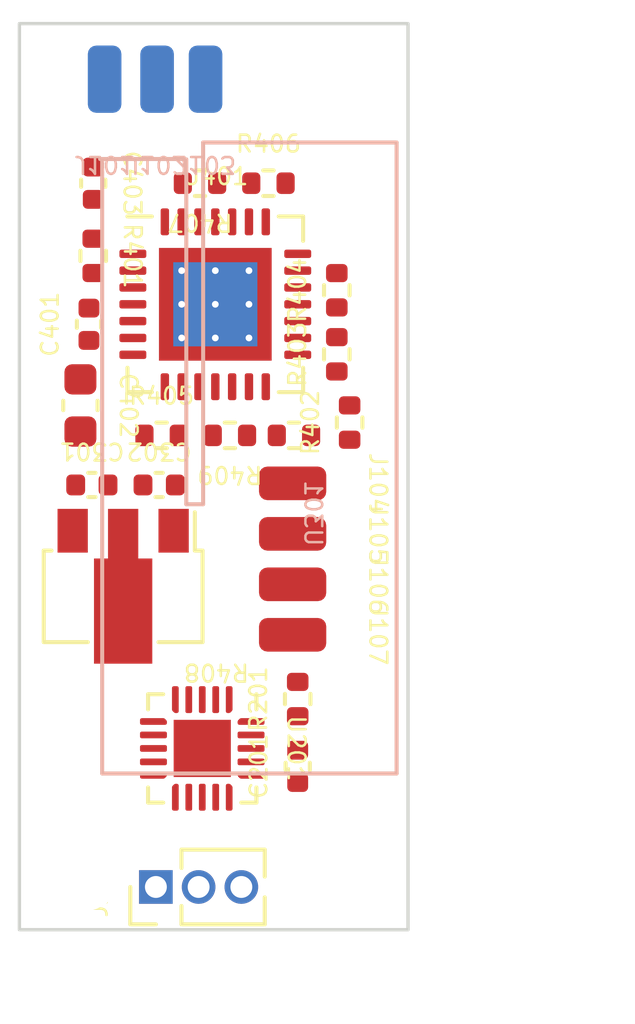
<source format=kicad_pcb>
(kicad_pcb (version 20221018) (generator pcbnew)
  (layers (0 "F.Cu" signal) (31 "B.Cu" signal) (34 "B.Paste" user) (35 "F.Paste" user) (36 "B.SilkS" user "B.Silkscreen") (37 "F.SilkS" user "F.Silkscreen") (38 "B.Mask" user) (39 "F.Mask" user) (44 "Edge.Cuts" user))
  (net 0 "")
  (net 1 "GND")
  (net 2 "VCC")
  (net 3 "+5V")
  (net 4 "/SIG")
  (net 5 "/attiny/UPDI")
  (net 6 "/A")
  (net 7 "/B")
  (net 8 "/C")
  (net 9 "/D")
  (net 10 "Net-(U401-CP2)")
  (net 11 "Net-(U401-CP1)")
  (net 12 "Net-(U401-Vreg)")
  (net 13 "Net-(U401-VCP)")
  (net 14 "/a4988/~{ENABLE}")
  (net 15 "Net-(U401-~{SLEEP})")
  (net 16 "Net-(U401-~{RESET})")
  (net 17 "Net-(U401-SENSE1)")
  (net 18 "Net-(U401-SENSE2)")
  (net 19 "Net-(U401-ROSC)")
  (net 32 "/a4988/D")
  (net 34 "/a4988/STEP")
  (net 35 "Net-(U401-REF)")
  (net 36 "/a4988/DIR")
  (net 38 "/a4988/B")
  (net 39 "/a4988/A")
  (net 41 "/a4988/C")
  (net 42 "/a4988/VCC")
  (net 43 "/a4988/5V")
  (footprint "MountingHole:MountingHole_2.2mm_M2" (layer "F.Cu") (at 54.865 60.198)
    (fp_text reference "REF**" hide)
    (fp_text value "MountingHole_2.2mm_M2")
    (pad "" np_thru_hole circle (at 0 0) (size 2.2 2.2) (drill 2.2) (layers "F&B.Cu" "*.Mask"))
  )
  (footprint "Resistor_SMD:R_0402_1005Metric" (layer "F.Cu") (at 62.4 44.751 90)
    (fp_text reference "R403" (at 0 -1.17 90 unlocked) (layer "F.SilkS") (effects (font (size 0.5 0.5) (thickness 0.075))))
    (fp_text value "R_Small")
    (fp_line (start -0.153641 -0.38) (end 0.153641 -0.38) (stroke (width 0.12)) (layer "F.SilkS"))
    (fp_line (start -0.153641 0.38) (end 0.153641 0.38) (stroke (width 0.12)) (layer "F.SilkS"))
    (pad "1" smd roundrect (at -0.51 0 90) (size 0.54 0.64) (layers "F.Cu" "F.Paste" "F.Mask") (net 43 "/a4988/5V"))
    (pad "2" smd roundrect (at 0.51 0 90) (size 0.54 0.64) (layers "F.Cu" "F.Paste" "F.Mask") (net 35 "Net-(U401-REF)"))
  )
  (footprint "Resistor_SMD:R_0402_1005Metric" (layer "F.Cu") (at 60.368 39.667)
    (fp_text reference "R406" (at 0 -1.17 unlocked) (layer "F.SilkS") (effects (font (size 0.5 0.5) (thickness 0.075))))
    (fp_text value "1R")
    (fp_line (start -0.153641 -0.38) (end 0.153641 -0.38) (stroke (width 0.12)) (layer "F.SilkS"))
    (fp_line (start -0.153641 0.38) (end 0.153641 0.38) (stroke (width 0.12)) (layer "F.SilkS"))
    (pad "1" smd roundrect (at -0.51 0) (size 0.54 0.64) (layers "F.Cu" "F.Paste" "F.Mask") (net 17 "Net-(U401-SENSE1)"))
    (pad "2" smd roundrect (at 0.51 0) (size 0.54 0.64) (layers "F.Cu" "F.Paste" "F.Mask") (net 1 "GND"))
  )
  (footprint "Package_DFN_QFN:QFN-28-1EP_5x5mm_P0.5mm_EP3.35x3.35mm_ThermalVias" (layer "F.Cu") (at 58.789 43.265)
    (fp_text reference "U401" (at 0 -3.8 unlocked) (layer "F.SilkS") (effects (font (size 0.5 0.5) (thickness 0.075))))
    (fp_text value "~")
    (fp_line (start -2.61 2.61) (end -2.61 1.885) (stroke (width 0.12)) (layer "F.SilkS"))
    (fp_line (start -1.885 -2.61) (end -2.61 -2.61) (stroke (width 0.12)) (layer "F.SilkS"))
    (fp_line (start -1.885 2.61) (end -2.61 2.61) (stroke (width 0.12)) (layer "F.SilkS"))
    (fp_line (start 1.885 -2.61) (end 2.61 -2.61) (stroke (width 0.12)) (layer "F.SilkS"))
    (fp_line (start 1.885 2.61) (end 2.61 2.61) (stroke (width 0.12)) (layer "F.SilkS"))
    (fp_line (start 2.61 -2.61) (end 2.61 -1.885) (stroke (width 0.12)) (layer "F.SilkS"))
    (fp_line (start 2.61 2.61) (end 2.61 1.885) (stroke (width 0.12)) (layer "F.SilkS"))
    (pad "1" smd roundrect (at -2.45 -1.5) (size 0.8 0.25) (layers "F.Cu" "F.Paste" "F.Mask") (net 32 "/a4988/D"))
    (pad "2" smd roundrect (at -2.45 -1) (size 0.8 0.25) (layers "F.Cu" "F.Paste" "F.Mask") (net 14 "/a4988/~{ENABLE}"))
    (pad "3" smd roundrect (at -2.45 -0.5) (size 0.8 0.25) (layers "F.Cu" "F.Paste" "F.Mask") (net 1 "GND"))
    (pad "4" smd roundrect (at -2.45 0) (size 0.8 0.25) (layers "F.Cu" "F.Paste" "F.Mask") (net 11 "Net-(U401-CP1)"))
    (pad "5" smd roundrect (at -2.45 0.5) (size 0.8 0.25) (layers "F.Cu" "F.Paste" "F.Mask") (net 10 "Net-(U401-CP2)"))
    (pad "6" smd roundrect (at -2.45 1) (size 0.8 0.25) (layers "F.Cu" "F.Paste" "F.Mask") (net 13 "Net-(U401-VCP)"))
    (pad "7" smd roundrect (at -2.45 1.5) (size 0.8 0.25) (layers "F.Cu" "F.Paste" "F.Mask"))
    (pad "8" smd roundrect (at -1.5 2.45) (size 0.25 0.8) (layers "F.Cu" "F.Paste" "F.Mask") (net 12 "Net-(U401-Vreg)"))
    (pad "9" smd roundrect (at -1 2.45) (size 0.25 0.8) (layers "F.Cu" "F.Paste" "F.Mask") (net 1 "GND"))
    (pad "10" smd roundrect (at -0.5 2.45) (size 0.25 0.8) (layers "F.Cu" "F.Paste" "F.Mask") (net 1 "GND"))
    (pad "11" smd roundrect (at 0 2.45) (size 0.25 0.8) (layers "F.Cu" "F.Paste" "F.Mask") (net 1 "GND"))
    (pad "12" smd roundrect (at 0.5 2.45) (size 0.25 0.8) (layers "F.Cu" "F.Paste" "F.Mask") (net 16 "Net-(U401-~{RESET})"))
    (pad "13" smd roundrect (at 1 2.45) (size 0.25 0.8) (layers "F.Cu" "F.Paste" "F.Mask") (net 19 "Net-(U401-ROSC)"))
    (pad "14" smd roundrect (at 1.5 2.45) (size 0.25 0.8) (layers "F.Cu" "F.Paste" "F.Mask") (net 15 "Net-(U401-~{SLEEP})"))
    (pad "15" smd roundrect (at 2.45 1.5) (size 0.8 0.25) (layers "F.Cu" "F.Paste" "F.Mask") (net 43 "/a4988/5V"))
    (pad "16" smd roundrect (at 2.45 1) (size 0.8 0.25) (layers "F.Cu" "F.Paste" "F.Mask") (net 34 "/a4988/STEP"))
    (pad "17" smd roundrect (at 2.45 0.5) (size 0.8 0.25) (layers "F.Cu" "F.Paste" "F.Mask") (net 35 "Net-(U401-REF)"))
    (pad "18" smd roundrect (at 2.45 0) (size 0.8 0.25) (layers "F.Cu" "F.Paste" "F.Mask") (net 1 "GND"))
    (pad "19" smd roundrect (at 2.45 -0.5) (size 0.8 0.25) (layers "F.Cu" "F.Paste" "F.Mask") (net 36 "/a4988/DIR"))
    (pad "20" smd roundrect (at 2.45 -1) (size 0.8 0.25) (layers "F.Cu" "F.Paste" "F.Mask"))
    (pad "21" smd roundrect (at 2.45 -1.5) (size 0.8 0.25) (layers "F.Cu" "F.Paste" "F.Mask") (net 38 "/a4988/B"))
    (pad "22" smd roundrect (at 1.5 -2.45) (size 0.25 0.8) (layers "F.Cu" "F.Paste" "F.Mask") (net 42 "/a4988/VCC"))
    (pad "23" smd roundrect (at 1 -2.45) (size 0.25 0.8) (layers "F.Cu" "F.Paste" "F.Mask") (net 17 "Net-(U401-SENSE1)"))
    (pad "24" smd roundrect (at 0.5 -2.45) (size 0.25 0.8) (layers "F.Cu" "F.Paste" "F.Mask") (net 39 "/a4988/A"))
    (pad "25" smd roundrect (at 0 -2.45) (size 0.25 0.8) (layers "F.Cu" "F.Paste" "F.Mask"))
    (pad "26" smd roundrect (at -0.5 -2.45) (size 0.25 0.8) (layers "F.Cu" "F.Paste" "F.Mask") (net 41 "/a4988/C"))
    (pad "27" smd roundrect (at -1 -2.45) (size 0.25 0.8) (layers "F.Cu" "F.Paste" "F.Mask") (net 18 "Net-(U401-SENSE2)"))
    (pad "28" smd roundrect (at -1.5 -2.45) (size 0.25 0.8) (layers "F.Cu" "F.Paste" "F.Mask") (net 42 "/a4988/VCC"))
    (pad "29" thru_hole circle (at -1 -1) (size 0.5 0.5) (drill 0.2) (layers "*.Cu") (net 1 "GND"))
    (pad "29" thru_hole circle (at -1 0) (size 0.5 0.5) (drill 0.2) (layers "*.Cu") (net 1 "GND"))
    (pad "29" thru_hole circle (at -1 1) (size 0.5 0.5) (drill 0.2) (layers "*.Cu") (net 1 "GND"))
    (pad "29" thru_hole circle (at 0 -1) (size 0.5 0.5) (drill 0.2) (layers "*.Cu") (net 1 "GND"))
    (pad "29" thru_hole circle (at 0 0) (size 0.5 0.5) (drill 0.2) (layers "*.Cu") (net 1 "GND"))
    (pad "29" smd rect (at 0 0) (size 2.5 2.5) (layers "B.Cu") (net 1 "GND"))
    (pad "29" smd rect (at 0 0) (size 3.35 3.35) (layers "F.Cu" "F.Mask") (net 1 "GND"))
    (pad "29" thru_hole circle (at 0 1) (size 0.5 0.5) (drill 0.2) (layers "*.Cu") (net 1 "GND"))
    (pad "29" thru_hole circle (at 1 -1) (size 0.5 0.5) (drill 0.2) (layers "*.Cu") (net 1 "GND"))
    (pad "29" thru_hole circle (at 1 0) (size 0.5 0.5) (drill 0.2) (layers "*.Cu") (net 1 "GND"))
    (pad "29" thru_hole circle (at 1 1) (size 0.5 0.5) (drill 0.2) (layers "*.Cu") (net 1 "GND"))
  )
  (footprint "Resistor_SMD:R_0402_1005Metric" (layer "F.Cu") (at 58.334 39.667 180)
    (fp_text reference "R407" (at 0 -1.17 180 unlocked) (layer "F.SilkS") (effects (font (size 0.5 0.5) (thickness 0.075))))
    (fp_text value "1R")
    (fp_line (start -0.153641 -0.38) (end 0.153641 -0.38) (stroke (width 0.12)) (layer "F.SilkS"))
    (fp_line (start -0.153641 0.38) (end 0.153641 0.38) (stroke (width 0.12)) (layer "F.SilkS"))
    (pad "1" smd roundrect (at -0.51 0 180) (size 0.54 0.64) (layers "F.Cu" "F.Paste" "F.Mask") (net 18 "Net-(U401-SENSE2)"))
    (pad "2" smd roundrect (at 0.51 0 180) (size 0.54 0.64) (layers "F.Cu" "F.Paste" "F.Mask") (net 1 "GND"))
  )
  (footprint "Capacitor_SMD:C_0603_1608Metric" (layer "F.Cu") (at 54.78 46.271 -90)
    (fp_text reference "C402" (at 0 -1.43 -90 unlocked) (layer "F.SilkS") (effects (font (size 0.5 0.5) (thickness 0.075))))
    (fp_text value "220nF")
    (fp_line (start -0.14058 -0.51) (end 0.14058 -0.51) (stroke (width 0.12)) (layer "F.SilkS"))
    (fp_line (start -0.14058 0.51) (end 0.14058 0.51) (stroke (width 0.12)) (layer "F.SilkS"))
    (pad "1" smd roundrect (at -0.775 0 270) (size 0.9 0.95) (layers "F.Cu" "F.Paste" "F.Mask") (net 12 "Net-(U401-Vreg)"))
    (pad "2" smd roundrect (at 0.775 0 270) (size 0.9 0.95) (layers "F.Cu" "F.Paste" "F.Mask") (net 1 "GND"))
  )
  (footprint "custom_kicad_lib_sk:VQFN-20-1EP_3x3mm_P0.4mm_EP1.7x1.7mm" (layer "F.Cu") (at 58.401 56.462 -90)
    (fp_text reference "U201" (at 0 -2.8 -90 unlocked) (layer "F.SilkS") (effects (font (size 0.5 0.5) (thickness 0.075))))
    (fp_text value "ATtiny1616-M")
    (fp_line (start -1.61 1.61) (end -1.61 1.16) (stroke (width 0.12)) (layer "F.SilkS"))
    (fp_line (start -1.16 -1.61) (end -1.61 -1.61) (stroke (width 0.12)) (layer "F.SilkS"))
    (fp_line (start -1.16 1.61) (end -1.61 1.61) (stroke (width 0.12)) (layer "F.SilkS"))
    (fp_line (start 1.16 -1.61) (end 1.61 -1.61) (stroke (width 0.12)) (layer "F.SilkS"))
    (fp_line (start 1.16 1.61) (end 1.61 1.61) (stroke (width 0.12)) (layer "F.SilkS"))
    (fp_line (start 1.61 -1.61) (end 1.61 -1.16) (stroke (width 0.12)) (layer "F.SilkS"))
    (fp_line (start 1.61 1.61) (end 1.61 1.16) (stroke (width 0.12)) (layer "F.SilkS"))
    (pad "1" smd custom (at -1.45 -0.8 270) (size 0.143431 0.143431) (layers "F.Cu" "F.Paste" "F.Mask") (net 14 "/a4988/~{ENABLE}") (options (clearance outline) (anchor circle)) (primitives (gr_poly (pts (xy 0.35 0.000711) (xy 0.35 0.05) (xy -0.35 0.05) (xy -0.35 -0.05) (xy 0.299289 -0.05)) (width 0.1) (fill yes))))
    (pad "2" smd roundrect (at -1.45 -0.4 270) (size 0.8 0.2) (layers "F.Cu" "F.Paste" "F.Mask") (net 36 "/a4988/DIR"))
    (pad "3" smd roundrect (at -1.45 0 270) (size 0.8 0.2) (layers "F.Cu" "F.Paste" "F.Mask") (net 1 "GND"))
    (pad "4" smd roundrect (at -1.45 0.4 270) (size 0.8 0.2) (layers "F.Cu" "F.Paste" "F.Mask") (net 3 "+5V"))
    (pad "5" smd custom (at -1.45 0.8 270) (size 0.143431 0.143431) (layers "F.Cu" "F.Paste" "F.Mask") (net 34 "/a4988/STEP") (options (clearance outline) (anchor circle)) (primitives (gr_poly (pts (xy 0.35 -0.000711) (xy 0.299289 0.05) (xy -0.35 0.05) (xy -0.35 -0.05) (xy 0.35 -0.05)) (width 0.1) (fill yes))))
    (pad "6" smd custom (at -0.8 1.45 270) (size 0.143431 0.143431) (layers "F.Cu" "F.Paste" "F.Mask") (options (clearance outline) (anchor circle)) (primitives (gr_poly (pts (xy 0.05 0.35) (xy -0.05 0.35) (xy -0.05 -0.299289) (xy 0.000711 -0.35) (xy 0.05 -0.35)) (width 0.1) (fill yes))))
    (pad "7" smd roundrect (at -0.4 1.45 270) (size 0.2 0.8) (layers "F.Cu" "F.Paste" "F.Mask") (net 4 "/SIG"))
    (pad "8" smd roundrect (at 0 1.45 270) (size 0.2 0.8) (layers "F.Cu" "F.Paste" "F.Mask"))
    (pad "9" smd roundrect (at 0.4 1.45 270) (size 0.2 0.8) (layers "F.Cu" "F.Paste" "F.Mask"))
    (pad "10" smd custom (at 0.8 1.45 270) (size 0.143431 0.143431) (layers "F.Cu" "F.Paste" "F.Mask") (options (clearance outline) (anchor circle)) (primitives (gr_poly (pts (xy 0.05 -0.299289) (xy 0.05 0.35) (xy -0.05 0.35) (xy -0.05 -0.35) (xy -0.000711 -0.35)) (width 0.1) (fill yes))))
    (pad "11" smd custom (at 1.45 0.8 270) (size 0.143431 0.143431) (layers "F.Cu" "F.Paste" "F.Mask") (options (clearance outline) (anchor circle)) (primitives (gr_poly (pts (xy 0.35 0.05) (xy -0.299289 0.05) (xy -0.35 -0.000711) (xy -0.35 -0.05) (xy 0.35 -0.05)) (width 0.1) (fill yes))))
    (pad "12" smd roundrect (at 1.45 0.4 270) (size 0.8 0.2) (layers "F.Cu" "F.Paste" "F.Mask"))
    (pad "13" smd roundrect (at 1.45 0 270) (size 0.8 0.2) (layers "F.Cu" "F.Paste" "F.Mask"))
    (pad "14" smd roundrect (at 1.45 -0.4 270) (size 0.8 0.2) (layers "F.Cu" "F.Paste" "F.Mask"))
    (pad "15" smd custom (at 1.45 -0.8 270) (size 0.143431 0.143431) (layers "F.Cu" "F.Paste" "F.Mask") (options (clearance outline) (anchor circle)) (primitives (gr_poly (pts (xy 0.35 0.05) (xy -0.35 0.05) (xy -0.35 0.000711) (xy -0.299289 -0.05) (xy 0.35 -0.05)) (width 0.1) (fill yes))))
    (pad "16" smd custom (at 0.8 -1.45 270) (size 0.143431 0.143431) (layers "F.Cu" "F.Paste" "F.Mask") (options (clearance outline) (anchor circle)) (primitives (gr_poly (pts (xy 0.05 0.299289) (xy -0.000711 0.35) (xy -0.05 0.35) (xy -0.05 -0.35) (xy 0.05 -0.35)) (width 0.1) (fill yes))))
    (pad "17" smd roundrect (at 0.4 -1.45 270) (size 0.2 0.8) (layers "F.Cu" "F.Paste" "F.Mask"))
    (pad "18" smd roundrect (at 0 -1.45 270) (size 0.2 0.8) (layers "F.Cu" "F.Paste" "F.Mask"))
    (pad "19" smd roundrect (at -0.4 -1.45 270) (size 0.2 0.8) (layers "F.Cu" "F.Paste" "F.Mask") (net 5 "/attiny/UPDI"))
    (pad "20" smd custom (at -0.8 -1.45 270) (size 0.143431 0.143431) (layers "F.Cu" "F.Paste" "F.Mask") (options (clearance outline) (anchor circle)) (primitives (gr_poly (pts (xy 0.05 0.35) (xy 0.000711 0.35) (xy -0.05 0.299289) (xy -0.05 -0.35) (xy 0.05 -0.35)) (width 0.1) (fill yes))))
    (pad "21" smd rect (at 0 0 270) (size 1.7 1.7) (layers "F.Cu" "F.Mask") (net 1 "GND"))
  )
  (footprint "Connector_PinHeader_1.27mm:PinHeader_1x03_P1.27mm_Vertical" (layer "F.Cu") (at 57.023 60.579 90)
    (fp_text reference "J201" (at 0 -1.695 90 unlocked) (layer "F.SilkS") (effects (font (size 0.5 0.5) (thickness 0.075))))
    (fp_text value "Conn_01x03_Pin")
    (fp_line (start -1.11 -0.76) (end 0 -0.76) (stroke (width 0.12)) (layer "F.SilkS"))
    (fp_line (start -1.11 0) (end -1.11 -0.76) (stroke (width 0.12)) (layer "F.SilkS"))
    (fp_line (start -1.11 0.76) (end -1.11 3.235) (stroke (width 0.12)) (layer "F.SilkS"))
    (fp_line (start -1.11 0.76) (end -0.563471 0.76) (stroke (width 0.12)) (layer "F.SilkS"))
    (fp_line (start -1.11 3.235) (end -0.30753 3.235) (stroke (width 0.12)) (layer "F.SilkS"))
    (fp_line (start 0.30753 3.235) (end 1.11 3.235) (stroke (width 0.12)) (layer "F.SilkS"))
    (fp_line (start 0.563471 0.76) (end 1.11 0.76) (stroke (width 0.12)) (layer "F.SilkS"))
    (fp_line (start 1.11 0.76) (end 1.11 3.235) (stroke (width 0.12)) (layer "F.SilkS"))
    (pad "1" thru_hole rect (at 0 0 90) (size 1 1) (drill 0.65) (layers "*.Cu" "*.Mask") (net 5 "/attiny/UPDI"))
    (pad "2" thru_hole oval (at 0 1.27 90) (size 1 1) (drill 0.65) (layers "*.Cu" "*.Mask") (net 3 "+5V"))
    (pad "3" thru_hole oval (at 0 2.54 90) (size 1 1) (drill 0.65) (layers "*.Cu" "*.Mask") (net 1 "GND"))
  )
  (footprint "Resistor_SMD:R_0402_1005Metric" (layer "F.Cu") (at 61.238 54.995 90)
    (fp_text reference "R201" (at 0 -1.17 90 unlocked) (layer "F.SilkS") (effects (font (size 0.5 0.5) (thickness 0.075))))
    (fp_text value "R")
    (fp_line (start -0.153641 -0.38) (end 0.153641 -0.38) (stroke (width 0.12)) (layer "F.SilkS"))
    (fp_line (start -0.153641 0.38) (end 0.153641 0.38) (stroke (width 0.12)) (layer "F.SilkS"))
    (pad "1" smd roundrect (at -0.51 0 90) (size 0.54 0.64) (layers "F.Cu" "F.Paste" "F.Mask") (net 3 "+5V"))
    (pad "2" smd roundrect (at 0.51 0 90) (size 0.54 0.64) (layers "F.Cu" "F.Paste" "F.Mask") (net 5 "/attiny/UPDI"))
  )
  (footprint "Capacitor_SMD:C_0402_1005Metric" (layer "F.Cu") (at 55.161 39.667 -90)
    (fp_text reference "C403" (at 0 -1.16 -90 unlocked) (layer "F.SilkS") (effects (font (size 0.5 0.5) (thickness 0.075))))
    (fp_text value "100nF")
    (fp_line (start -0.107836 -0.36) (end 0.107836 -0.36) (stroke (width 0.12)) (layer "F.SilkS"))
    (fp_line (start -0.107836 0.36) (end 0.107836 0.36) (stroke (width 0.12)) (layer "F.SilkS"))
    (pad "1" smd roundrect (at -0.48 0 270) (size 0.56 0.62) (layers "F.Cu" "F.Paste" "F.Mask") (net 42 "/a4988/VCC"))
    (pad "2" smd roundrect (at 0.48 0 270) (size 0.56 0.62) (layers "F.Cu" "F.Paste" "F.Mask") (net 13 "Net-(U401-VCP)"))
  )
  (footprint "Capacitor_SMD:C_0402_1005Metric" (layer "F.Cu") (at 61.238 56.995 90)
    (fp_text reference "C201" (at 0 -1.16 90 unlocked) (layer "F.SilkS") (effects (font (size 0.5 0.5) (thickness 0.075))))
    (fp_text value "100nF")
    (fp_line (start -0.107836 -0.36) (end 0.107836 -0.36) (stroke (width 0.12)) (layer "F.SilkS"))
    (fp_line (start -0.107836 0.36) (end 0.107836 0.36) (stroke (width 0.12)) (layer "F.SilkS"))
    (pad "1" smd roundrect (at -0.48 0 90) (size 0.56 0.62) (layers "F.Cu" "F.Paste" "F.Mask") (net 1 "GND"))
    (pad "2" smd roundrect (at 0.48 0 90) (size 0.56 0.62) (layers "F.Cu" "F.Paste" "F.Mask") (net 3 "+5V"))
  )
  (footprint "Resistor_SMD:R_0402_1005Metric" (layer "F.Cu") (at 57.193 47.16)
    (fp_text reference "R405" (at 0 -1.17 unlocked) (layer "F.SilkS") (effects (font (size 0.5 0.5) (thickness 0.075))))
    (fp_text value "100k")
    (fp_line (start -0.153641 -0.38) (end 0.153641 -0.38) (stroke (width 0.12)) (layer "F.SilkS"))
    (fp_line (start -0.153641 0.38) (end 0.153641 0.38) (stroke (width 0.12)) (layer "F.SilkS"))
    (pad "1" smd roundrect (at -0.51 0) (size 0.54 0.64) (layers "F.Cu" "F.Paste" "F.Mask") (net 43 "/a4988/5V"))
    (pad "2" smd roundrect (at 0.51 0) (size 0.54 0.64) (layers "F.Cu" "F.Paste" "F.Mask") (net 16 "Net-(U401-~{RESET})"))
  )
  (footprint "Capacitor_SMD:C_0402_1005Metric" (layer "F.Cu") (at 55.034 43.858 90)
    (fp_text reference "C401" (at 0 -1.16 90 unlocked) (layer "F.SilkS") (effects (font (size 0.5 0.5) (thickness 0.075))))
    (fp_text value "100nF")
    (fp_line (start -0.107836 -0.36) (end 0.107836 -0.36) (stroke (width 0.12)) (layer "F.SilkS"))
    (fp_line (start -0.107836 0.36) (end 0.107836 0.36) (stroke (width 0.12)) (layer "F.SilkS"))
    (pad "1" smd roundrect (at -0.48 0 90) (size 0.56 0.62) (layers "F.Cu" "F.Paste" "F.Mask") (net 10 "Net-(U401-CP2)"))
    (pad "2" smd roundrect (at 0.48 0 90) (size 0.56 0.62) (layers "F.Cu" "F.Paste" "F.Mask") (net 11 "Net-(U401-CP1)"))
  )
  (footprint "Resistor_SMD:R_0402_1005Metric" (layer "F.Cu") (at 59.223 47.16 180)
    (fp_text reference "R409" (at 0 -1.17 180 unlocked) (layer "F.SilkS") (effects (font (size 0.5 0.5) (thickness 0.075))))
    (fp_text value "10k")
    (fp_line (start -0.153641 -0.38) (end 0.153641 -0.38) (stroke (width 0.12)) (layer "F.SilkS"))
    (fp_line (start -0.153641 0.38) (end 0.153641 0.38) (stroke (width 0.12)) (layer "F.SilkS"))
    (pad "1" smd roundrect (at -0.51 0 180) (size 0.54 0.64) (layers "F.Cu" "F.Paste" "F.Mask") (net 19 "Net-(U401-ROSC)"))
    (pad "2" smd roundrect (at 0.51 0 180) (size 0.54 0.64) (layers "F.Cu" "F.Paste" "F.Mask") (net 1 "GND"))
  )
  (footprint "Package_TO_SOT_SMD:SOT-89-3" (layer "F.Cu") (at 56.05 51.9435 -90)
    (fp_text reference "U301" (at -2.468 -5.644 -90 unlocked) (layer "B.SilkS") (effects (font (size 0.5 0.5) (thickness 0.075)) (justify mirror)))
    (fp_text value "L78L05_SOT89")
    (fp_line (start -2.5 -2.13) (end -1.36 -2.13) (stroke (width 0.12)) (layer "F.SilkS"))
    (fp_line (start -1.36 -2.36) (end -1.36 -2.13) (stroke (width 0.12)) (layer "F.SilkS"))
    (fp_line (start -1.36 -2.36) (end 1.36 -2.36) (stroke (width 0.12)) (layer "F.SilkS"))
    (fp_line (start -1.36 2.36) (end -1.36 2.13) (stroke (width 0.12)) (layer "F.SilkS"))
    (fp_line (start 1.36 -2.36) (end 1.36 -1.05) (stroke (width 0.12)) (layer "F.SilkS"))
    (fp_line (start 1.36 1.05) (end 1.36 2.36) (stroke (width 0.12)) (layer "F.SilkS"))
    (fp_line (start 1.36 2.36) (end -1.36 2.36) (stroke (width 0.12)) (layer "F.SilkS"))
    (pad "1" smd rect (at -1.95 -1.5 270) (size 1.3 0.9) (layers "F.Cu" "F.Paste" "F.Mask") (net 3 "+5V"))
    (pad "2" smd custom (at -1.8625 0 270) (size 1.475 0.9) (layers "F.Cu" "F.Paste" "F.Mask") (net 1 "GND") (options (clearance outline) (anchor rect)) (primitives (gr_poly (pts (xy 3.8625 0.8665) (xy 0.7375 0.8665) (xy 0.7375 -0.8665) (xy 3.8625 -0.8665)) (width 0) (fill yes))))
    (pad "3" smd rect (at -1.95 1.5 270) (size 1.3 0.9) (layers "F.Cu" "F.Paste" "F.Mask") (net 2 "VCC"))
  )
  (footprint "Connector_Wire:SolderWirePad_1x01_SMD_1x2mm" (layer "F.Cu") (at 61.087 51.586 -90)
    (fp_text reference "J106" (at 0 -2.54 -90 unlocked) (layer "F.SilkS") (effects (font (size 0.5 0.5) (thickness 0.075))))
    (fp_text value "Conn_01x01_Pin")
    (pad "1" smd roundrect (at 0 0 270) (size 1 2) (layers "F.Cu" "F.Paste" "F.Mask") (net 8 "/C"))
  )
  (footprint "Resistor_SMD:R_0402_1005Metric" (layer "F.Cu") (at 61.126 47.16 180)
    (fp_text reference "R408" (at 2.304 -7.043 180 unlocked) (layer "F.SilkS") (effects (font (size 0.5 0.5) (thickness 0.075))))
    (fp_text value "R_Small")
    (fp_line (start -0.153641 -0.38) (end 0.153641 -0.38) (stroke (width 0.12)) (layer "F.SilkS"))
    (fp_line (start -0.153641 0.38) (end 0.153641 0.38) (stroke (width 0.12)) (layer "F.SilkS"))
    (pad "1" smd roundrect (at -0.51 0 180) (size 0.54 0.64) (layers "F.Cu" "F.Paste" "F.Mask") (net 43 "/a4988/5V"))
    (pad "2" smd roundrect (at 0.51 0 180) (size 0.54 0.64) (layers "F.Cu" "F.Paste" "F.Mask") (net 19 "Net-(U401-ROSC)"))
  )
  (footprint "MountingHole:MountingHole_2.2mm_M2" (layer "F.Cu") (at 62.865 60.198)
    (fp_text reference "REF**" hide)
    (fp_text value "MountingHole_2.2mm_M2")
    (pad "" np_thru_hole circle (at 0 0) (size 2.2 2.2) (drill 2.2) (layers "F&B.Cu" "*.Mask"))
  )
  (footprint "Capacitor_SMD:C_0402_1005Metric" (layer "F.Cu") (at 57.12 48.6335 180)
    (fp_text reference "C302" (at 0 1 180 unlocked) (layer "F.SilkS") (effects (font (size 0.5 0.5) (thickness 0.075))))
    (fp_text value "100nF")
    (fp_line (start -0.107836 -0.36) (end 0.107836 -0.36) (stroke (width 0.12)) (layer "F.SilkS"))
    (fp_line (start -0.107836 0.36) (end 0.107836 0.36) (stroke (width 0.12)) (layer "F.SilkS"))
    (pad "1" smd roundrect (at -0.48 0 180) (size 0.56 0.62) (layers "F.Cu" "F.Paste" "F.Mask") (net 3 "+5V"))
    (pad "2" smd roundrect (at 0.48 0 180) (size 0.56 0.62) (layers "F.Cu" "F.Paste" "F.Mask") (net 1 "GND"))
  )
  (footprint "MountingHole:MountingHole_2.2mm_M2" (layer "F.Cu") (at 62.365 36.698)
    (fp_text reference "REF**" hide)
    (fp_text value "MountingHole_2.2mm_M2")
    (pad "" np_thru_hole circle (at 0 0) (size 2.2 2.2) (drill 2.2) (layers "F&B.Cu" "*.Mask"))
  )
  (footprint "Connector_Wire:SolderWirePad_1x01_SMD_1x2mm" (layer "F.Cu") (at 61.087 48.586 -90)
    (fp_text reference "J104" (at 0 -2.54 -90 unlocked) (layer "F.SilkS") (effects (font (size 0.5 0.5) (thickness 0.075))))
    (fp_text value "Conn_01x01_Pin")
    (pad "1" smd roundrect (at 0 0 270) (size 1 2) (layers "F.Cu" "F.Paste" "F.Mask") (net 6 "/A"))
  )
  (footprint "Resistor_SMD:R_0402_1005Metric" (layer "F.Cu") (at 62.4 42.848 90)
    (fp_text reference "R404" (at 0 -1.17 90 unlocked) (layer "F.SilkS") (effects (font (size 0.5 0.5) (thickness 0.075))))
    (fp_text value "R_Small")
    (fp_line (start -0.153641 -0.38) (end 0.153641 -0.38) (stroke (width 0.12)) (layer "F.SilkS"))
    (fp_line (start -0.153641 0.38) (end 0.153641 0.38) (stroke (width 0.12)) (layer "F.SilkS"))
    (pad "1" smd roundrect (at -0.51 0 90) (size 0.54 0.64) (layers "F.Cu" "F.Paste" "F.Mask") (net 35 "Net-(U401-REF)"))
    (pad "2" smd roundrect (at 0.51 0 90) (size 0.54 0.64) (layers "F.Cu" "F.Paste" "F.Mask") (net 1 "GND"))
  )
  (footprint "Capacitor_SMD:C_0402_1005Metric" (layer "F.Cu") (at 55.12 48.6335)
    (fp_text reference "C301" (at 0 -1 180 unlocked) (layer "F.SilkS") (effects (font (size 0.5 0.5) (thickness 0.075))))
    (fp_text value "330nF")
    (fp_line (start -0.107836 -0.36) (end 0.107836 -0.36) (stroke (width 0.12)) (layer "F.SilkS"))
    (fp_line (start -0.107836 0.36) (end 0.107836 0.36) (stroke (width 0.12)) (layer "F.SilkS"))
    (pad "1" smd roundrect (at -0.48 0) (size 0.56 0.62) (layers "F.Cu" "F.Paste" "F.Mask") (net 2 "VCC"))
    (pad "2" smd roundrect (at 0.48 0) (size 0.56 0.62) (layers "F.Cu" "F.Paste" "F.Mask") (net 1 "GND"))
  )
  (footprint "Resistor_SMD:R_0402_1005Metric" (layer "F.Cu") (at 62.781 46.779 90)
    (fp_text reference "R402" (at 0 -1.17 90 unlocked) (layer "F.SilkS") (effects (font (size 0.5 0.5) (thickness 0.075))))
    (fp_text value "100k")
    (fp_line (start -0.153641 -0.38) (end 0.153641 -0.38) (stroke (width 0.12)) (layer "F.SilkS"))
    (fp_line (start -0.153641 0.38) (end 0.153641 0.38) (stroke (width 0.12)) (layer "F.SilkS"))
    (pad "1" smd roundrect (at -0.51 0 90) (size 0.54 0.64) (layers "F.Cu" "F.Paste" "F.Mask") (net 43 "/a4988/5V"))
    (pad "2" smd roundrect (at 0.51 0 90) (size 0.54 0.64) (layers "F.Cu" "F.Paste" "F.Mask") (net 15 "Net-(U401-~{SLEEP})"))
  )
  (footprint "Resistor_SMD:R_0402_1005Metric" (layer "F.Cu") (at 55.161 41.826 -90)
    (fp_text reference "R401" (at 0 -1.17 -90 unlocked) (layer "F.SilkS") (effects (font (size 0.5 0.5) (thickness 0.075))))
    (fp_text value "100k")
    (fp_line (start -0.153641 -0.38) (end 0.153641 -0.38) (stroke (width 0.12)) (layer "F.SilkS"))
    (fp_line (start -0.153641 0.38) (end 0.153641 0.38) (stroke (width 0.12)) (layer "F.SilkS"))
    (pad "1" smd roundrect (at -0.51 0 270) (size 0.54 0.64) (layers "F.Cu" "F.Paste" "F.Mask") (net 14 "/a4988/~{ENABLE}"))
    (pad "2" smd roundrect (at 0.51 0 270) (size 0.54 0.64) (layers "F.Cu" "F.Paste" "F.Mask") (net 1 "GND"))
  )
  (footprint "Connector_Wire:SolderWirePad_1x01_SMD_1x2mm" (layer "F.Cu") (at 61.087 50.086 -90)
    (fp_text reference "J105" (at 0 -2.54 -90 unlocked) (layer "F.SilkS") (effects (font (size 0.5 0.5) (thickness 0.075))))
    (fp_text value "Conn_01x01_Pin")
    (pad "1" smd roundrect (at 0 0 270) (size 1 2) (layers "F.Cu" "F.Paste" "F.Mask") (net 7 "/B"))
  )
  (footprint "Connector_Wire:SolderWirePad_1x01_SMD_1x2mm" (layer "F.Cu") (at 61.087 53.086 -90)
    (fp_text reference "J107" (at 0 -2.54 -90 unlocked) (layer "F.SilkS") (effects (font (size 0.5 0.5) (thickness 0.075))))
    (fp_text value "Conn_01x01_Pin")
    (pad "1" smd roundrect (at 0 0 270) (size 1 2) (layers "F.Cu" "F.Paste" "F.Mask") (net 9 "/D"))
  )
  (footprint "Connector_Wire:SolderWirePad_1x01_SMD_1x2mm" (layer "B.Cu") (at 58.499 36.576)
    (fp_text reference "J103" (at 0 2.54 180 unlocked) (layer "B.SilkS") (effects (font (size 0.5 0.5) (thickness 0.075)) (justify mirror)))
    (fp_text value "Conn_01x01_Pin")
    (pad "1" smd roundrect (at 0 0) (size 1 2) (layers "B.Cu" "B.Paste" "B.Mask") (net 1 "GND"))
  )
  (footprint "Connector_Wire:SolderWirePad_1x01_SMD_1x2mm" (layer "B.Cu") (at 57.059 36.576)
    (fp_text reference "J102" (at 0 2.54 180 unlocked) (layer "B.SilkS") (effects (font (size 0.5 0.5) (thickness 0.075)) (justify mirror)))
    (fp_text value "Conn_01x01_Pin")
    (pad "1" smd roundrect (at 0 0) (size 1 2) (layers "B.Cu" "B.Paste" "B.Mask") (net 2 "VCC"))
  )
  (footprint "Connector_Wire:SolderWirePad_1x01_SMD_1x2mm" (layer "B.Cu") (at 55.499 36.576)
    (fp_text reference "J101" (at 0 2.54 180 unlocked) (layer "B.SilkS") (effects (font (size 0.5 0.5) (thickness 0.075)) (justify mirror)))
    (fp_text value "Conn_01x01_Pin")
    (pad "1" smd roundrect (at 0 0) (size 1 2) (layers "B.Cu" "B.Paste" "B.Mask") (net 4 "/SIG"))
  )
  (gr_line (start 55.427 38.957) (end 55.427 57.207) (stroke (width 0.12)) (layer "B.SilkS"))
  (gr_line (start 57.865 38.948) (end 55.365 38.948) (stroke (width 0.12)) (layer "B.SilkS"))
  (gr_line (start 64.177 38.457) (end 58.427 38.457) (stroke (width 0.12)) (layer "B.SilkS"))
  (gr_line (start 64.177 57.207) (end 64.177 38.457) (stroke (width 0.12)) (layer "B.SilkS"))
  (gr_line (start 57.927 49.207) (end 57.927 38.957) (stroke (width 0.12)) (layer "B.SilkS"))
  (gr_line (start 58.427 49.207) (end 57.927 49.207) (stroke (width 0.12)) (layer "B.SilkS"))
  (gr_line (start 58.427 38.457) (end 58.427 49.207) (stroke (width 0.12)) (layer "B.SilkS"))
  (gr_line (start 55.427 57.207) (end 64.177 57.207) (stroke (width 0.12)) (layer "B.SilkS"))
  (gr_rect (start 52.967 34.925) (end 64.516 61.849) (stroke (width 0.1)) (fill none) (layer "Edge.Cuts"))
)
</source>
